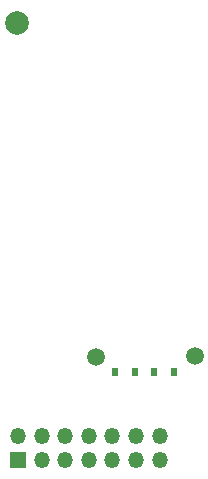
<source format=gbs>
G04 #@! TF.GenerationSoftware,KiCad,Pcbnew,no-vcs-found-6cefb68~58~ubuntu16.04.1*
G04 #@! TF.CreationDate,2017-05-09T13:02:12+03:00*
G04 #@! TF.ProjectId,livolo_1_channel_1way_eu_switch,6C69766F6C6F5F315F6368616E6E656C,rev?*
G04 #@! TF.FileFunction,Soldermask,Bot*
G04 #@! TF.FilePolarity,Negative*
%FSLAX46Y46*%
G04 Gerber Fmt 4.6, Leading zero omitted, Abs format (unit mm)*
G04 Created by KiCad (PCBNEW no-vcs-found-6cefb68~58~ubuntu16.04.1) date Tue May  9 13:02:12 2017*
%MOMM*%
%LPD*%
G01*
G04 APERTURE LIST*
%ADD10C,0.100000*%
%ADD11C,1.500000*%
%ADD12R,0.600000X0.800000*%
%ADD13C,1.998980*%
%ADD14O,1.350000X1.350000*%
%ADD15R,1.350000X1.350000*%
G04 APERTURE END LIST*
D10*
D11*
X138300000Y-100850000D03*
X146600000Y-100800000D03*
D12*
X144900000Y-102150000D03*
X143200000Y-102150000D03*
X141550000Y-102150000D03*
X139850000Y-102150000D03*
D13*
X131550000Y-72550000D03*
D14*
X143650000Y-107550000D03*
X143650000Y-109550000D03*
X141650000Y-107550000D03*
X141650000Y-109550000D03*
X139650000Y-107550000D03*
X139650000Y-109550000D03*
X137650000Y-107550000D03*
X137650000Y-109550000D03*
X135650000Y-107550000D03*
X135650000Y-109550000D03*
X133650000Y-107550000D03*
X133650000Y-109550000D03*
X131650000Y-107550000D03*
D15*
X131650000Y-109550000D03*
M02*

</source>
